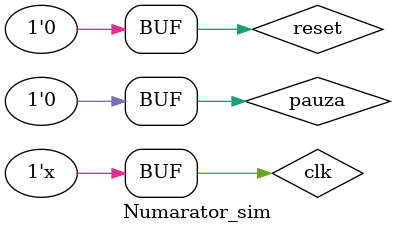
<source format=v>
`timescale 1ns / 1ps


module Numarator_sim();

reg clk, reset, pauza;
wire[5:0] valoare_bin;
wire carry_out;
Numarator nr(clk, reset, pauza, valoare_bin, carry_out);

initial
begin
    clk = 0;
    reset = 1;
    pauza = 0;
    #100 reset = 0;
end

    always
    #50 clk = !clk; 

endmodule

</source>
